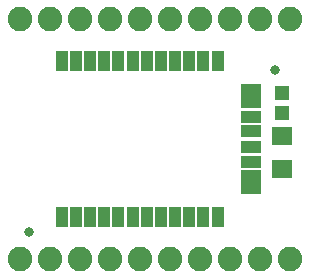
<source format=gbr>
G04 EAGLE Gerber RS-274X export*
G75*
%MOMM*%
%FSLAX34Y34*%
%LPD*%
%INSoldermask Top*%
%IPPOS*%
%AMOC8*
5,1,8,0,0,1.08239X$1,22.5*%
G01*
%ADD10R,1.003200X1.803200*%
%ADD11R,1.803200X1.003200*%
%ADD12R,1.203200X1.303200*%
%ADD13R,1.803200X1.603200*%
%ADD14C,2.082800*%
%ADD15C,0.838200*%


D10*
X48300Y48300D03*
X60300Y48300D03*
X72300Y48300D03*
X84300Y48300D03*
X96300Y48300D03*
X108300Y48300D03*
X120300Y48300D03*
X132300Y48300D03*
X144300Y48300D03*
X156300Y48300D03*
X168300Y48300D03*
X180300Y48300D03*
X180300Y180300D03*
X168300Y180300D03*
X156300Y180300D03*
X144300Y180300D03*
X132300Y180300D03*
X120300Y180300D03*
X108300Y180300D03*
X96300Y180300D03*
X84300Y180300D03*
X72300Y180300D03*
X60300Y180300D03*
X48300Y180300D03*
D11*
X208300Y145300D03*
X208300Y83300D03*
X208300Y73078D03*
X208300Y95300D03*
X208300Y107300D03*
X208300Y121300D03*
X208300Y133300D03*
X208300Y155522D03*
D12*
X234950Y136280D03*
X234950Y153280D03*
D13*
X234950Y88870D03*
X234950Y116870D03*
D14*
X241300Y12700D03*
X215900Y12700D03*
X190500Y12700D03*
X165100Y12700D03*
X139700Y12700D03*
X114300Y12700D03*
X88900Y12700D03*
X63500Y12700D03*
X38100Y12700D03*
X12700Y12700D03*
X12700Y215900D03*
X38100Y215900D03*
X63500Y215900D03*
X88900Y215900D03*
X114300Y215900D03*
X139700Y215900D03*
X165100Y215900D03*
X190500Y215900D03*
X215900Y215900D03*
X241300Y215900D03*
D15*
X228600Y172720D03*
X20320Y35560D03*
M02*

</source>
